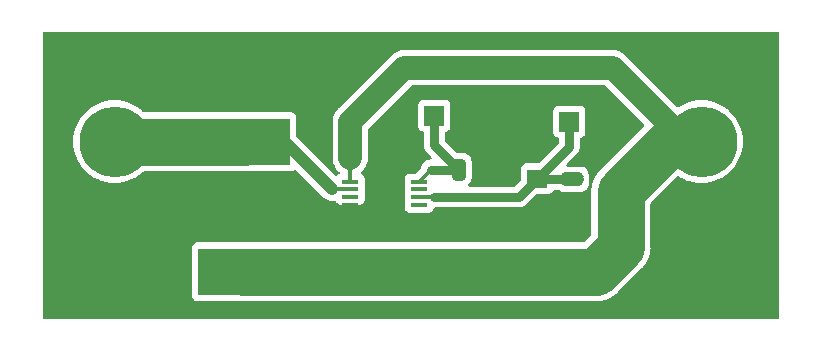
<source format=gtl>
%TF.GenerationSoftware,KiCad,Pcbnew,7.0.2*%
%TF.CreationDate,2023-08-29T13:45:51-07:00*%
%TF.ProjectId,Current Sense Standalone,43757272-656e-4742-9053-656e73652053,rev?*%
%TF.SameCoordinates,Original*%
%TF.FileFunction,Copper,L1,Top*%
%TF.FilePolarity,Positive*%
%FSLAX46Y46*%
G04 Gerber Fmt 4.6, Leading zero omitted, Abs format (unit mm)*
G04 Created by KiCad (PCBNEW 7.0.2) date 2023-08-29 13:45:51*
%MOMM*%
%LPD*%
G01*
G04 APERTURE LIST*
G04 Aperture macros list*
%AMRoundRect*
0 Rectangle with rounded corners*
0 $1 Rounding radius*
0 $2 $3 $4 $5 $6 $7 $8 $9 X,Y pos of 4 corners*
0 Add a 4 corners polygon primitive as box body*
4,1,4,$2,$3,$4,$5,$6,$7,$8,$9,$2,$3,0*
0 Add four circle primitives for the rounded corners*
1,1,$1+$1,$2,$3*
1,1,$1+$1,$4,$5*
1,1,$1+$1,$6,$7*
1,1,$1+$1,$8,$9*
0 Add four rect primitives between the rounded corners*
20,1,$1+$1,$2,$3,$4,$5,0*
20,1,$1+$1,$4,$5,$6,$7,0*
20,1,$1+$1,$6,$7,$8,$9,0*
20,1,$1+$1,$8,$9,$2,$3,0*%
G04 Aperture macros list end*
%TA.AperFunction,ComponentPad*%
%ADD10RoundRect,1.500000X1.500000X-1.500000X1.500000X1.500000X-1.500000X1.500000X-1.500000X-1.500000X0*%
%TD*%
%TA.AperFunction,ComponentPad*%
%ADD11C,6.000000*%
%TD*%
%TA.AperFunction,SMDPad,CuDef*%
%ADD12RoundRect,0.250000X-0.325000X-0.650000X0.325000X-0.650000X0.325000X0.650000X-0.325000X0.650000X0*%
%TD*%
%TA.AperFunction,SMDPad,CuDef*%
%ADD13R,1.800000X1.600000*%
%TD*%
%TA.AperFunction,SMDPad,CuDef*%
%ADD14R,7.800000X4.000000*%
%TD*%
%TA.AperFunction,SMDPad,CuDef*%
%ADD15RoundRect,0.250000X-0.650000X0.325000X-0.650000X-0.325000X0.650000X-0.325000X0.650000X0.325000X0*%
%TD*%
%TA.AperFunction,ComponentPad*%
%ADD16R,1.700000X1.700000*%
%TD*%
%TA.AperFunction,ComponentPad*%
%ADD17O,1.700000X1.700000*%
%TD*%
%TA.AperFunction,SMDPad,CuDef*%
%ADD18R,1.473200X0.355600*%
%TD*%
%TA.AperFunction,Conductor*%
%ADD19C,1.000000*%
%TD*%
%TA.AperFunction,Conductor*%
%ADD20C,0.350000*%
%TD*%
%TA.AperFunction,Conductor*%
%ADD21C,2.000000*%
%TD*%
%TA.AperFunction,Conductor*%
%ADD22C,0.250000*%
%TD*%
%TA.AperFunction,Conductor*%
%ADD23C,0.750000*%
%TD*%
%TA.AperFunction,Conductor*%
%ADD24C,4.000000*%
%TD*%
G04 APERTURE END LIST*
D10*
X68344045Y-29210000D03*
D11*
X68344045Y-22010000D03*
D12*
X47801000Y-24384000D03*
X50751000Y-24384000D03*
D13*
X54453375Y-25140000D03*
X54453375Y-27940000D03*
D14*
X29629273Y-33018011D03*
X29629273Y-22018011D03*
D15*
X57404000Y-25195000D03*
X57404000Y-28145000D03*
D16*
X45720000Y-19812000D03*
D17*
X48260000Y-19812000D03*
D18*
X38608000Y-25400000D03*
X38608000Y-26049998D03*
X38608000Y-26700000D03*
X38608000Y-27349998D03*
X44450000Y-27349998D03*
X44450000Y-26700000D03*
X44450000Y-26049998D03*
X44450000Y-25400000D03*
D10*
X18650936Y-29210000D03*
D11*
X18650936Y-22010000D03*
D16*
X57150000Y-20320000D03*
D17*
X59690000Y-20320000D03*
D19*
X37084000Y-26049998D02*
X33052013Y-22018011D01*
X33052013Y-22018011D02*
X29629273Y-22018011D01*
D20*
X37084000Y-26049998D02*
X38100000Y-26049998D01*
D21*
X38608000Y-20320000D02*
X43180000Y-15748000D01*
X38608000Y-23368000D02*
X38608000Y-20320000D01*
X60812045Y-15748000D02*
X67074045Y-22010000D01*
D20*
X38608000Y-23368000D02*
X38608000Y-25400000D01*
D21*
X43180000Y-15748000D02*
X60812045Y-15748000D01*
D22*
X38100000Y-26049998D02*
X38608000Y-26049998D01*
D20*
X44450000Y-25400000D02*
X45466000Y-24384000D01*
D23*
X45466000Y-24384000D02*
X47801000Y-24384000D01*
X52893375Y-26700000D02*
X54453375Y-25140000D01*
X45720000Y-26700000D02*
X52893375Y-26700000D01*
D20*
X44450000Y-26700000D02*
X45720000Y-26700000D01*
D23*
X57150000Y-20320000D02*
X57150000Y-22443375D01*
X57150000Y-22443375D02*
X54663751Y-24929624D01*
D22*
X54663751Y-24929624D02*
X54453375Y-24929624D01*
X57942862Y-25195000D02*
X58208238Y-24929624D01*
D23*
X54718751Y-25195000D02*
X57942862Y-25195000D01*
D22*
X53982999Y-25400000D02*
X54453375Y-24929624D01*
X54453375Y-24929624D02*
X54718751Y-25195000D01*
X58363078Y-27724784D02*
X58358238Y-27729624D01*
X18650936Y-29210000D02*
X20510938Y-27349998D01*
X54663751Y-27729624D02*
X54043375Y-28350000D01*
D23*
X45720000Y-22303000D02*
X45720000Y-19812000D01*
X47801000Y-24384000D02*
X45720000Y-22303000D01*
D24*
X18650936Y-22010000D02*
X29621262Y-22010000D01*
X29621262Y-22010000D02*
X29629273Y-22018011D01*
D22*
X28279273Y-23368011D02*
X29629273Y-22018011D01*
X18650936Y-22010000D02*
X20008947Y-23368011D01*
X18650936Y-20130973D02*
X18650936Y-22010000D01*
D24*
X65693027Y-22010000D02*
X68344045Y-22010000D01*
X61520000Y-26183027D02*
X65693027Y-22010000D01*
D21*
X29629273Y-33018011D02*
X29631262Y-33020000D01*
D24*
X59436000Y-33020000D02*
X61520000Y-30936000D01*
X29631262Y-33020000D02*
X59436000Y-33020000D01*
X61520000Y-30936000D02*
X61520000Y-26183027D01*
%TA.AperFunction,Conductor*%
G36*
X74872539Y-12720185D02*
G01*
X74918294Y-12772989D01*
X74929500Y-12824500D01*
X74929500Y-36901978D01*
X74909815Y-36969017D01*
X74857011Y-37014772D01*
X74805500Y-37025978D01*
X12730653Y-37025978D01*
X12663614Y-37006293D01*
X12617859Y-36953489D01*
X12606653Y-36901978D01*
X12606653Y-27572376D01*
X43212900Y-27572376D01*
X43212901Y-27575670D01*
X43213253Y-27578950D01*
X43213254Y-27578957D01*
X43213403Y-27580339D01*
X43219309Y-27635281D01*
X43269604Y-27770129D01*
X43355854Y-27885344D01*
X43471069Y-27971594D01*
X43605917Y-28021889D01*
X43665527Y-28028298D01*
X45234472Y-28028297D01*
X45294083Y-28021889D01*
X45428931Y-27971594D01*
X45544146Y-27885344D01*
X45630396Y-27770129D01*
X45672901Y-27656166D01*
X45714772Y-27600233D01*
X45780237Y-27575816D01*
X45789083Y-27575500D01*
X52852754Y-27575500D01*
X52862817Y-27575909D01*
X52867416Y-27576283D01*
X52917223Y-27580339D01*
X52998172Y-27569308D01*
X53001498Y-27568902D01*
X53082691Y-27560073D01*
X53082863Y-27560014D01*
X53105731Y-27554655D01*
X53105912Y-27554631D01*
X53105913Y-27554630D01*
X53105916Y-27554630D01*
X53138079Y-27542812D01*
X53182636Y-27526442D01*
X53185663Y-27525376D01*
X53263155Y-27499267D01*
X53263315Y-27499170D01*
X53284489Y-27489024D01*
X53284663Y-27488961D01*
X53353525Y-27444944D01*
X53356326Y-27443207D01*
X53391847Y-27421835D01*
X53426323Y-27401093D01*
X53426324Y-27401091D01*
X53426329Y-27401089D01*
X53426460Y-27400964D01*
X53444962Y-27386499D01*
X53445119Y-27386400D01*
X53502913Y-27328604D01*
X53505244Y-27326335D01*
X53564582Y-27270129D01*
X53564686Y-27269974D01*
X53579638Y-27251879D01*
X54354700Y-26476818D01*
X54416023Y-26443333D01*
X54442381Y-26440499D01*
X55397936Y-26440499D01*
X55401247Y-26440499D01*
X55460858Y-26434091D01*
X55595706Y-26383796D01*
X55710921Y-26297546D01*
X55797171Y-26182331D01*
X55808794Y-26151166D01*
X55850665Y-26095233D01*
X55916129Y-26070816D01*
X55924976Y-26070500D01*
X56191769Y-26070500D01*
X56258808Y-26090185D01*
X56279450Y-26106819D01*
X56285342Y-26112711D01*
X56285344Y-26112712D01*
X56434666Y-26204814D01*
X56546017Y-26241712D01*
X56601202Y-26259999D01*
X56700858Y-26270180D01*
X56700859Y-26270180D01*
X56703991Y-26270500D01*
X58104008Y-26270499D01*
X58206797Y-26259999D01*
X58373334Y-26204814D01*
X58522656Y-26112712D01*
X58646712Y-25988656D01*
X58738814Y-25839334D01*
X58793999Y-25672797D01*
X58804500Y-25570009D01*
X58804499Y-25360936D01*
X58806133Y-25340874D01*
X58809878Y-25318032D01*
X58822232Y-25242678D01*
X58815221Y-25113366D01*
X58816565Y-25087267D01*
X58838398Y-24949428D01*
X58823525Y-24792091D01*
X58793021Y-24707361D01*
X58764867Y-24629159D01*
X58763830Y-24626160D01*
X58760115Y-24614949D01*
X58738814Y-24550666D01*
X58646712Y-24401344D01*
X58646711Y-24401342D01*
X58522657Y-24277288D01*
X58373334Y-24185186D01*
X58206797Y-24130000D01*
X58107141Y-24119819D01*
X58107122Y-24119818D01*
X58104009Y-24119500D01*
X58100860Y-24119500D01*
X57011380Y-24119500D01*
X56944341Y-24099815D01*
X56898586Y-24047011D01*
X56888642Y-23977853D01*
X56917667Y-23914297D01*
X56923699Y-23907819D01*
X57323018Y-23508500D01*
X57740359Y-23091158D01*
X57747727Y-23084365D01*
X57789357Y-23049006D01*
X57838815Y-22983942D01*
X57840818Y-22981379D01*
X57892030Y-22917672D01*
X57892109Y-22917513D01*
X57904492Y-22897547D01*
X57904602Y-22897404D01*
X57938916Y-22823232D01*
X57940357Y-22820227D01*
X57967256Y-22765991D01*
X57976641Y-22747068D01*
X57976687Y-22746881D01*
X57984481Y-22724746D01*
X57984562Y-22724572D01*
X58002136Y-22644726D01*
X58002870Y-22641593D01*
X58022600Y-22562264D01*
X58022605Y-22562078D01*
X58025459Y-22538774D01*
X58025500Y-22538591D01*
X58025500Y-22456911D01*
X58025545Y-22453553D01*
X58027757Y-22371902D01*
X58027721Y-22371712D01*
X58025500Y-22348348D01*
X58025500Y-21780763D01*
X58045185Y-21713724D01*
X58097989Y-21667969D01*
X58106167Y-21664581D01*
X58107479Y-21664091D01*
X58107483Y-21664091D01*
X58242331Y-21613796D01*
X58357546Y-21527546D01*
X58443796Y-21412331D01*
X58494091Y-21277483D01*
X58500500Y-21217873D01*
X58500499Y-19422128D01*
X58494091Y-19362517D01*
X58443796Y-19227669D01*
X58357546Y-19112454D01*
X58242331Y-19026204D01*
X58107483Y-18975909D01*
X58047873Y-18969500D01*
X58044550Y-18969500D01*
X56255439Y-18969500D01*
X56255420Y-18969500D01*
X56252128Y-18969501D01*
X56248848Y-18969853D01*
X56248840Y-18969854D01*
X56192515Y-18975909D01*
X56057669Y-19026204D01*
X55942454Y-19112454D01*
X55856204Y-19227668D01*
X55805910Y-19362515D01*
X55805909Y-19362517D01*
X55799500Y-19422127D01*
X55799500Y-19425448D01*
X55799500Y-19425449D01*
X55799500Y-21214560D01*
X55799500Y-21214578D01*
X55799501Y-21217872D01*
X55799853Y-21221152D01*
X55799854Y-21221159D01*
X55805909Y-21277484D01*
X55808497Y-21284423D01*
X55856204Y-21412331D01*
X55942454Y-21527546D01*
X56057669Y-21613796D01*
X56174623Y-21657417D01*
X56193833Y-21664582D01*
X56249767Y-21706453D01*
X56274184Y-21771918D01*
X56274500Y-21780764D01*
X56274500Y-22029368D01*
X56254815Y-22096407D01*
X56238181Y-22117049D01*
X54552048Y-23803181D01*
X54490725Y-23836666D01*
X54464367Y-23839500D01*
X53508814Y-23839500D01*
X53508795Y-23839500D01*
X53505503Y-23839501D01*
X53502223Y-23839853D01*
X53502215Y-23839854D01*
X53445890Y-23845909D01*
X53311044Y-23896204D01*
X53195829Y-23982454D01*
X53109579Y-24097668D01*
X53101318Y-24119819D01*
X53059284Y-24232517D01*
X53052875Y-24292127D01*
X53052875Y-24295449D01*
X53052875Y-25250993D01*
X53033190Y-25318032D01*
X53016556Y-25338674D01*
X52567050Y-25788181D01*
X52505727Y-25821666D01*
X52479369Y-25824500D01*
X48696231Y-25824500D01*
X48629192Y-25804815D01*
X48583437Y-25752011D01*
X48573493Y-25682853D01*
X48602518Y-25619297D01*
X48608550Y-25612819D01*
X48718711Y-25502657D01*
X48722650Y-25496271D01*
X48810814Y-25353334D01*
X48865999Y-25186797D01*
X48876500Y-25084009D01*
X48876499Y-23683992D01*
X48865999Y-23581203D01*
X48810814Y-23414666D01*
X48718712Y-23265344D01*
X48718711Y-23265342D01*
X48594657Y-23141288D01*
X48445334Y-23049186D01*
X48278797Y-22994000D01*
X48179141Y-22983819D01*
X48179122Y-22983818D01*
X48176009Y-22983500D01*
X48172860Y-22983500D01*
X47690006Y-22983500D01*
X47622967Y-22963815D01*
X47602325Y-22947181D01*
X46631819Y-21976674D01*
X46598334Y-21915351D01*
X46595500Y-21888993D01*
X46595500Y-21272763D01*
X46615185Y-21205724D01*
X46667989Y-21159969D01*
X46676167Y-21156581D01*
X46677479Y-21156091D01*
X46677483Y-21156091D01*
X46812331Y-21105796D01*
X46927546Y-21019546D01*
X47013796Y-20904331D01*
X47064091Y-20769483D01*
X47070500Y-20709873D01*
X47070499Y-18914128D01*
X47064091Y-18854517D01*
X47013796Y-18719669D01*
X46927546Y-18604454D01*
X46812331Y-18518204D01*
X46677483Y-18467909D01*
X46617873Y-18461500D01*
X46614550Y-18461500D01*
X44825439Y-18461500D01*
X44825420Y-18461500D01*
X44822128Y-18461501D01*
X44818848Y-18461853D01*
X44818840Y-18461854D01*
X44762515Y-18467909D01*
X44627669Y-18518204D01*
X44512454Y-18604454D01*
X44426204Y-18719668D01*
X44375910Y-18854515D01*
X44375909Y-18854517D01*
X44369500Y-18914127D01*
X44369500Y-18917448D01*
X44369500Y-18917449D01*
X44369500Y-20706560D01*
X44369500Y-20706578D01*
X44369501Y-20709872D01*
X44375909Y-20769483D01*
X44426204Y-20904331D01*
X44512454Y-21019546D01*
X44627669Y-21105796D01*
X44744623Y-21149417D01*
X44763833Y-21156582D01*
X44819767Y-21198453D01*
X44844184Y-21263918D01*
X44844500Y-21272764D01*
X44844500Y-22262379D01*
X44844091Y-22272442D01*
X44839661Y-22326849D01*
X44850688Y-22407790D01*
X44851096Y-22411120D01*
X44859927Y-22492315D01*
X44859990Y-22492502D01*
X44865342Y-22515338D01*
X44865369Y-22515538D01*
X44893540Y-22592220D01*
X44894655Y-22595386D01*
X44920733Y-22672781D01*
X44920831Y-22672944D01*
X44930970Y-22694102D01*
X44931037Y-22694285D01*
X44975046Y-22763139D01*
X44976815Y-22765991D01*
X45018910Y-22835953D01*
X45019041Y-22836091D01*
X45033494Y-22854579D01*
X45033600Y-22854744D01*
X45091395Y-22912539D01*
X45093702Y-22914910D01*
X45149868Y-22974205D01*
X45149871Y-22974207D01*
X45150024Y-22974311D01*
X45168121Y-22989265D01*
X45478011Y-23299155D01*
X45511496Y-23360478D01*
X45506512Y-23430170D01*
X45464640Y-23486103D01*
X45403737Y-23510109D01*
X45276685Y-23523926D01*
X45096220Y-23584733D01*
X44933044Y-23682911D01*
X44845985Y-23765379D01*
X44794793Y-23813871D01*
X44687925Y-23971490D01*
X44687925Y-23971491D01*
X44617436Y-24148401D01*
X44598627Y-24263135D01*
X44568356Y-24326107D01*
X44563942Y-24330755D01*
X44209316Y-24685381D01*
X44147993Y-24718866D01*
X44121635Y-24721700D01*
X43668839Y-24721700D01*
X43668820Y-24721700D01*
X43665528Y-24721701D01*
X43662248Y-24722053D01*
X43662240Y-24722054D01*
X43605915Y-24728109D01*
X43471069Y-24778404D01*
X43355854Y-24864654D01*
X43269604Y-24979868D01*
X43219310Y-25114715D01*
X43219309Y-25114717D01*
X43212900Y-25174327D01*
X43212900Y-25177648D01*
X43212900Y-25177649D01*
X43212900Y-25622360D01*
X43212900Y-25622378D01*
X43212901Y-25625672D01*
X43213253Y-25628952D01*
X43213254Y-25628959D01*
X43216767Y-25661643D01*
X43218505Y-25677807D01*
X43220974Y-25700768D01*
X43219338Y-25700943D01*
X43222941Y-25751364D01*
X43219475Y-25763168D01*
X43213254Y-25821031D01*
X43212900Y-25824325D01*
X43212900Y-25827646D01*
X43212900Y-25827647D01*
X43212900Y-26272358D01*
X43212900Y-26272376D01*
X43212901Y-26275670D01*
X43213253Y-26278950D01*
X43213254Y-26278957D01*
X43220974Y-26350766D01*
X43219339Y-26350941D01*
X43222943Y-26401362D01*
X43219475Y-26413171D01*
X43219308Y-26414717D01*
X43219309Y-26414717D01*
X43212900Y-26474327D01*
X43212900Y-26477648D01*
X43212900Y-26477649D01*
X43212900Y-26922360D01*
X43212900Y-26922378D01*
X43212901Y-26925672D01*
X43213253Y-26928952D01*
X43213254Y-26928959D01*
X43220974Y-27000768D01*
X43219338Y-27000943D01*
X43222941Y-27051364D01*
X43219475Y-27063168D01*
X43219309Y-27064715D01*
X43212900Y-27124325D01*
X43212900Y-27127646D01*
X43212900Y-27127647D01*
X43212900Y-27572358D01*
X43212900Y-27572376D01*
X12606653Y-27572376D01*
X12606653Y-22010000D01*
X15145632Y-22010000D01*
X15145802Y-22013243D01*
X15163981Y-22360139D01*
X15164834Y-22376404D01*
X15165339Y-22379597D01*
X15165341Y-22379609D01*
X15221721Y-22735576D01*
X15222231Y-22738794D01*
X15223069Y-22741923D01*
X15223072Y-22741935D01*
X15316351Y-23090056D01*
X15316355Y-23090070D01*
X15317194Y-23093199D01*
X15318357Y-23096228D01*
X15318361Y-23096241D01*
X15447520Y-23432712D01*
X15448681Y-23435736D01*
X15450149Y-23438617D01*
X15574623Y-23682911D01*
X15615254Y-23762652D01*
X15815085Y-24070366D01*
X16045987Y-24355506D01*
X16305430Y-24614949D01*
X16590570Y-24845851D01*
X16898284Y-25045682D01*
X17225200Y-25212255D01*
X17459920Y-25302355D01*
X17560265Y-25340874D01*
X17567737Y-25343742D01*
X17570877Y-25344583D01*
X17570879Y-25344584D01*
X17683740Y-25374825D01*
X17922142Y-25438705D01*
X18284532Y-25496102D01*
X18650936Y-25515304D01*
X19017340Y-25496102D01*
X19379730Y-25438705D01*
X19734135Y-25343742D01*
X20076672Y-25212255D01*
X20403588Y-25045682D01*
X20711302Y-24845851D01*
X20996442Y-24614949D01*
X21064572Y-24546818D01*
X21125895Y-24513334D01*
X21152253Y-24510500D01*
X25600247Y-24510500D01*
X25613503Y-24511211D01*
X25621789Y-24512101D01*
X25621790Y-24512102D01*
X25681400Y-24518511D01*
X29505499Y-24518510D01*
X29517169Y-24519060D01*
X29521455Y-24519465D01*
X29550575Y-24522218D01*
X29666620Y-24518570D01*
X29670515Y-24518510D01*
X33573834Y-24518510D01*
X33577145Y-24518510D01*
X33636756Y-24512102D01*
X33771604Y-24461807D01*
X33862466Y-24393787D01*
X33927926Y-24369371D01*
X33996199Y-24384222D01*
X34024455Y-24405374D01*
X36412420Y-26793339D01*
X36414846Y-26795317D01*
X36530593Y-26889696D01*
X36710952Y-26983908D01*
X36906580Y-27039885D01*
X36931734Y-27041800D01*
X37109477Y-27055335D01*
X37292607Y-27032012D01*
X37361595Y-27043069D01*
X37413655Y-27089669D01*
X37424451Y-27111679D01*
X37427604Y-27120131D01*
X37513854Y-27235346D01*
X37629069Y-27321596D01*
X37763917Y-27371891D01*
X37823527Y-27378300D01*
X39392472Y-27378299D01*
X39452083Y-27371891D01*
X39586931Y-27321596D01*
X39702146Y-27235346D01*
X39788396Y-27120131D01*
X39838691Y-26985283D01*
X39845100Y-26925673D01*
X39845099Y-26474328D01*
X39838691Y-26414717D01*
X39838690Y-26414715D01*
X39837026Y-26399232D01*
X39838660Y-26399056D01*
X39835052Y-26348646D01*
X39838525Y-26336817D01*
X39838689Y-26335284D01*
X39838691Y-26335281D01*
X39845100Y-26275671D01*
X39845099Y-25824326D01*
X39838691Y-25764715D01*
X39838690Y-25764714D01*
X39837026Y-25749227D01*
X39838661Y-25749051D01*
X39835055Y-25698641D01*
X39838525Y-25686823D01*
X39838952Y-25682853D01*
X39845100Y-25625673D01*
X39845099Y-25174328D01*
X39838691Y-25114717D01*
X39788396Y-24979869D01*
X39702146Y-24864654D01*
X39586931Y-24778404D01*
X39559730Y-24768258D01*
X39503799Y-24726388D01*
X39479382Y-24660924D01*
X39494234Y-24592651D01*
X39526901Y-24554226D01*
X39627744Y-24475738D01*
X39796164Y-24292785D01*
X39932173Y-24084607D01*
X40032063Y-23856881D01*
X40093108Y-23615821D01*
X40108500Y-23430067D01*
X40108500Y-20992888D01*
X40128185Y-20925850D01*
X40144819Y-20905208D01*
X43765208Y-17284819D01*
X43826531Y-17251334D01*
X43852889Y-17248500D01*
X60139155Y-17248500D01*
X60206194Y-17268185D01*
X60226836Y-17284819D01*
X63466720Y-20524703D01*
X63500205Y-20586026D01*
X63495221Y-20655718D01*
X63466720Y-20700065D01*
X59781036Y-24385748D01*
X59778240Y-24388458D01*
X59696452Y-24465263D01*
X59696442Y-24465272D01*
X59693610Y-24467933D01*
X59691130Y-24470931D01*
X59619617Y-24557374D01*
X59617090Y-24560332D01*
X59540311Y-24647422D01*
X59538126Y-24650635D01*
X59538122Y-24650642D01*
X59521447Y-24675177D01*
X59514439Y-24684511D01*
X59495536Y-24707361D01*
X59495527Y-24707373D01*
X59493053Y-24710364D01*
X59490966Y-24713651D01*
X59490967Y-24713651D01*
X59430853Y-24808374D01*
X59428716Y-24811627D01*
X59365652Y-24904424D01*
X59365647Y-24904432D01*
X59363459Y-24907652D01*
X59361690Y-24911122D01*
X59361688Y-24911127D01*
X59348226Y-24937547D01*
X59342442Y-24947687D01*
X59326551Y-24972728D01*
X59326543Y-24972740D01*
X59324463Y-24976020D01*
X59322652Y-24979869D01*
X59275041Y-25081045D01*
X59273328Y-25084541D01*
X59222386Y-25184521D01*
X59222380Y-25184534D01*
X59220617Y-25187995D01*
X59219298Y-25191657D01*
X59219296Y-25191663D01*
X59209247Y-25219573D01*
X59204779Y-25230359D01*
X59192157Y-25257182D01*
X59192151Y-25257195D01*
X59190497Y-25260712D01*
X59189298Y-25264400D01*
X59189292Y-25264417D01*
X59154615Y-25371142D01*
X59153354Y-25374823D01*
X59114038Y-25484031D01*
X59113188Y-25487831D01*
X59113188Y-25487833D01*
X59106720Y-25516767D01*
X59103639Y-25528027D01*
X59094472Y-25556240D01*
X59094465Y-25556265D01*
X59093269Y-25559948D01*
X59092543Y-25563753D01*
X59092537Y-25563777D01*
X59071511Y-25673996D01*
X59070722Y-25677807D01*
X59046252Y-25787284D01*
X59046250Y-25787291D01*
X59045402Y-25791089D01*
X59045036Y-25794957D01*
X59045033Y-25794978D01*
X59042242Y-25824498D01*
X59040598Y-25836056D01*
X59034312Y-25869012D01*
X59034067Y-25872900D01*
X59034066Y-25872911D01*
X59027022Y-25984873D01*
X59026717Y-25988754D01*
X59016159Y-26100450D01*
X59016158Y-26100460D01*
X59015793Y-26104329D01*
X59015915Y-26108217D01*
X59015915Y-26108223D01*
X59019439Y-26220357D01*
X59019500Y-26224252D01*
X59019500Y-29848896D01*
X58999815Y-29915935D01*
X58983181Y-29936577D01*
X58436578Y-30483181D01*
X58375255Y-30516666D01*
X58348897Y-30519500D01*
X33602288Y-30519500D01*
X33589051Y-30518790D01*
X33577146Y-30517511D01*
X33573822Y-30517511D01*
X25684712Y-30517511D01*
X25684693Y-30517511D01*
X25681401Y-30517512D01*
X25678121Y-30517864D01*
X25678113Y-30517865D01*
X25621788Y-30523920D01*
X25486942Y-30574215D01*
X25371727Y-30660465D01*
X25285477Y-30775679D01*
X25285476Y-30775680D01*
X25285477Y-30775680D01*
X25235182Y-30910528D01*
X25228773Y-30970138D01*
X25228773Y-30973459D01*
X25228773Y-30973460D01*
X25228773Y-35062571D01*
X25228773Y-35062589D01*
X25228774Y-35065883D01*
X25235182Y-35125494D01*
X25285477Y-35260342D01*
X25371727Y-35375557D01*
X25486942Y-35461807D01*
X25621790Y-35512102D01*
X25681400Y-35518511D01*
X29517161Y-35518510D01*
X29524949Y-35518755D01*
X29552679Y-35520500D01*
X59394774Y-35520500D01*
X59398669Y-35520561D01*
X59514698Y-35524207D01*
X59630292Y-35513279D01*
X59634151Y-35512976D01*
X59750015Y-35505688D01*
X59782993Y-35499396D01*
X59794524Y-35497755D01*
X59827938Y-35494598D01*
X59831737Y-35493748D01*
X59831748Y-35493747D01*
X59941235Y-35469273D01*
X59945041Y-35468484D01*
X60059079Y-35446731D01*
X60090998Y-35436359D01*
X60102235Y-35433284D01*
X60134996Y-35425962D01*
X60244285Y-35386614D01*
X60247874Y-35385386D01*
X60358315Y-35349503D01*
X60388669Y-35335218D01*
X60399471Y-35330745D01*
X60427360Y-35320705D01*
X60427360Y-35320704D01*
X60431032Y-35319383D01*
X60534507Y-35266658D01*
X60537954Y-35264970D01*
X60643007Y-35215537D01*
X60671343Y-35197553D01*
X60681471Y-35191776D01*
X60711375Y-35176541D01*
X60807403Y-35111280D01*
X60810661Y-35109140D01*
X60908663Y-35046947D01*
X60934521Y-35025553D01*
X60943841Y-35018556D01*
X60971605Y-34999689D01*
X61058700Y-34922902D01*
X61061621Y-34920407D01*
X61151094Y-34846390D01*
X61230598Y-34761725D01*
X61233247Y-34758992D01*
X63258992Y-32733247D01*
X63261725Y-32730598D01*
X63346390Y-32651094D01*
X63420407Y-32561621D01*
X63422903Y-32558700D01*
X63497109Y-32474531D01*
X63499689Y-32471605D01*
X63518556Y-32443841D01*
X63525553Y-32434521D01*
X63546947Y-32408663D01*
X63609142Y-32310657D01*
X63611280Y-32307403D01*
X63631111Y-32278221D01*
X63676541Y-32211375D01*
X63691776Y-32181471D01*
X63697553Y-32171343D01*
X63715537Y-32143007D01*
X63764970Y-32037954D01*
X63766658Y-32034507D01*
X63819383Y-31931032D01*
X63830745Y-31899470D01*
X63835218Y-31888671D01*
X63847839Y-31861851D01*
X63847838Y-31861851D01*
X63849503Y-31858315D01*
X63885386Y-31747874D01*
X63886614Y-31744285D01*
X63925962Y-31634996D01*
X63933284Y-31602235D01*
X63936359Y-31590998D01*
X63946731Y-31559079D01*
X63968484Y-31445041D01*
X63969273Y-31441235D01*
X63993747Y-31331748D01*
X63993748Y-31331737D01*
X63994598Y-31327938D01*
X63997755Y-31294524D01*
X63999396Y-31282993D01*
X64005688Y-31250015D01*
X64012976Y-31134151D01*
X64013281Y-31130279D01*
X64024207Y-31014698D01*
X64020558Y-30898604D01*
X64020499Y-30894836D01*
X64020499Y-27270128D01*
X64040184Y-27203090D01*
X64056813Y-27182453D01*
X66279209Y-24960057D01*
X66340530Y-24926574D01*
X66410222Y-24931558D01*
X66434421Y-24943744D01*
X66591393Y-25045682D01*
X66918309Y-25212255D01*
X67153029Y-25302355D01*
X67253374Y-25340874D01*
X67260846Y-25343742D01*
X67263986Y-25344583D01*
X67263988Y-25344584D01*
X67376849Y-25374825D01*
X67615251Y-25438705D01*
X67977641Y-25496102D01*
X68344045Y-25515304D01*
X68710449Y-25496102D01*
X69072839Y-25438705D01*
X69427244Y-25343742D01*
X69769781Y-25212255D01*
X70096697Y-25045682D01*
X70404411Y-24845851D01*
X70689551Y-24614949D01*
X70948994Y-24355506D01*
X71179896Y-24070366D01*
X71379727Y-23762652D01*
X71546300Y-23435736D01*
X71677787Y-23093199D01*
X71772750Y-22738794D01*
X71830147Y-22376404D01*
X71849349Y-22010000D01*
X71830147Y-21643596D01*
X71772750Y-21281206D01*
X71677787Y-20926801D01*
X71546300Y-20584264D01*
X71379727Y-20257348D01*
X71179896Y-19949634D01*
X70948994Y-19664494D01*
X70689551Y-19405051D01*
X70637023Y-19362515D01*
X70533947Y-19279045D01*
X70404411Y-19174149D01*
X70096697Y-18974318D01*
X70093809Y-18972846D01*
X70093803Y-18972843D01*
X69772662Y-18809213D01*
X69769781Y-18807745D01*
X69766760Y-18806585D01*
X69766757Y-18806584D01*
X69430286Y-18677425D01*
X69430273Y-18677421D01*
X69427244Y-18676258D01*
X69424115Y-18675419D01*
X69424101Y-18675415D01*
X69075980Y-18582136D01*
X69075968Y-18582133D01*
X69072839Y-18581295D01*
X69069626Y-18580786D01*
X69069621Y-18580785D01*
X68713654Y-18524405D01*
X68713642Y-18524403D01*
X68710449Y-18523898D01*
X68707216Y-18523728D01*
X68707211Y-18523728D01*
X68347289Y-18504866D01*
X68344045Y-18504696D01*
X68340801Y-18504866D01*
X67980878Y-18523728D01*
X67980871Y-18523728D01*
X67977641Y-18523898D01*
X67974449Y-18524403D01*
X67974435Y-18524405D01*
X67618468Y-18580785D01*
X67618459Y-18580786D01*
X67615251Y-18581295D01*
X67612125Y-18582132D01*
X67612109Y-18582136D01*
X67263988Y-18675415D01*
X67263968Y-18675421D01*
X67260846Y-18676258D01*
X67257821Y-18677418D01*
X67257803Y-18677425D01*
X66921332Y-18806584D01*
X66921322Y-18806588D01*
X66918309Y-18807745D01*
X66915434Y-18809209D01*
X66915427Y-18809213D01*
X66594286Y-18972843D01*
X66594272Y-18972850D01*
X66591393Y-18974318D01*
X66588674Y-18976083D01*
X66588670Y-18976086D01*
X66414297Y-19089324D01*
X66347352Y-19109327D01*
X66280220Y-19089961D01*
X66259082Y-19073009D01*
X61944380Y-14758307D01*
X61934207Y-14746787D01*
X61919785Y-14728258D01*
X61852998Y-14666776D01*
X61849300Y-14663227D01*
X61830984Y-14644911D01*
X61829171Y-14643098D01*
X61807433Y-14624687D01*
X61803591Y-14621293D01*
X61736833Y-14559837D01*
X61717170Y-14546991D01*
X61704856Y-14537808D01*
X61686939Y-14522634D01*
X61608935Y-14476153D01*
X61604654Y-14473481D01*
X61528654Y-14423828D01*
X61528648Y-14423824D01*
X61507152Y-14414395D01*
X61493493Y-14407364D01*
X61473320Y-14395344D01*
X61420998Y-14374928D01*
X61388762Y-14362349D01*
X61384049Y-14360397D01*
X61356377Y-14348260D01*
X61300925Y-14323936D01*
X61278159Y-14318171D01*
X61263530Y-14313484D01*
X61241659Y-14304950D01*
X61152838Y-14286325D01*
X61147848Y-14285171D01*
X61059864Y-14262891D01*
X61036466Y-14260952D01*
X61021268Y-14258738D01*
X60998282Y-14253919D01*
X60976533Y-14253019D01*
X60907604Y-14250168D01*
X60902493Y-14249851D01*
X60876654Y-14247710D01*
X60876639Y-14247709D01*
X60874112Y-14247500D01*
X60871559Y-14247500D01*
X60845641Y-14247500D01*
X60840518Y-14247394D01*
X60836746Y-14247238D01*
X60749825Y-14243642D01*
X60726518Y-14246548D01*
X60711180Y-14247500D01*
X43280864Y-14247500D01*
X43265526Y-14246548D01*
X43242219Y-14243642D01*
X43151536Y-14247394D01*
X43146411Y-14247500D01*
X43117933Y-14247500D01*
X43115406Y-14247709D01*
X43115389Y-14247710D01*
X43089538Y-14249852D01*
X43084428Y-14250169D01*
X42993761Y-14253920D01*
X42970781Y-14258738D01*
X42955581Y-14260952D01*
X42932180Y-14262891D01*
X42844191Y-14285172D01*
X42839202Y-14286326D01*
X42750389Y-14304950D01*
X42750386Y-14304950D01*
X42750386Y-14304951D01*
X42728512Y-14313485D01*
X42713889Y-14318170D01*
X42691118Y-14323936D01*
X42608008Y-14360392D01*
X42603275Y-14362353D01*
X42518722Y-14395346D01*
X42498546Y-14407367D01*
X42484901Y-14414391D01*
X42463391Y-14423828D01*
X42387407Y-14473469D01*
X42383062Y-14476182D01*
X42305102Y-14522635D01*
X42287182Y-14537813D01*
X42274869Y-14546994D01*
X42255218Y-14559833D01*
X42188446Y-14621300D01*
X42184610Y-14624687D01*
X42164836Y-14641436D01*
X42164819Y-14641451D01*
X42162874Y-14643099D01*
X42161068Y-14644903D01*
X42161070Y-14644903D01*
X42142750Y-14663222D01*
X42139057Y-14666764D01*
X42072261Y-14728255D01*
X42057832Y-14746793D01*
X42047663Y-14758308D01*
X37618306Y-19187664D01*
X37606793Y-19197832D01*
X37588254Y-19212262D01*
X37526775Y-19279045D01*
X37523233Y-19282738D01*
X37503098Y-19302874D01*
X37501437Y-19304834D01*
X37501437Y-19304835D01*
X37484689Y-19324609D01*
X37481299Y-19328447D01*
X37419835Y-19395215D01*
X37406995Y-19414868D01*
X37397813Y-19427183D01*
X37382636Y-19445102D01*
X37336174Y-19523074D01*
X37333462Y-19527417D01*
X37283826Y-19603392D01*
X37274396Y-19624891D01*
X37267368Y-19638545D01*
X37255343Y-19658726D01*
X37222346Y-19743288D01*
X37220386Y-19748020D01*
X37183936Y-19831120D01*
X37178169Y-19853890D01*
X37173484Y-19868515D01*
X37164951Y-19890385D01*
X37146324Y-19979211D01*
X37145170Y-19984200D01*
X37122891Y-20072180D01*
X37120952Y-20095578D01*
X37118738Y-20110777D01*
X37113919Y-20133762D01*
X37110168Y-20224440D01*
X37109851Y-20229551D01*
X37107710Y-20255390D01*
X37107709Y-20255406D01*
X37107500Y-20257933D01*
X37107500Y-20260486D01*
X37107500Y-20286402D01*
X37107394Y-20291527D01*
X37103642Y-20382219D01*
X37106548Y-20405526D01*
X37107500Y-20420864D01*
X37107500Y-23430067D01*
X37122892Y-23615821D01*
X37183937Y-23856881D01*
X37201186Y-23896204D01*
X37283825Y-24084604D01*
X37283827Y-24084607D01*
X37419836Y-24292785D01*
X37575431Y-24461806D01*
X37588256Y-24475738D01*
X37689096Y-24554225D01*
X37729909Y-24610935D01*
X37733583Y-24680708D01*
X37698951Y-24741391D01*
X37656267Y-24768259D01*
X37629071Y-24778402D01*
X37499582Y-24875338D01*
X37499576Y-24875331D01*
X37457936Y-24906502D01*
X37388244Y-24911486D01*
X37326923Y-24878001D01*
X34066091Y-21617169D01*
X34032606Y-21555846D01*
X34029772Y-21529488D01*
X34029772Y-19973450D01*
X34029772Y-19973449D01*
X34029772Y-19970139D01*
X34023364Y-19910528D01*
X33973069Y-19775680D01*
X33886819Y-19660465D01*
X33771604Y-19574215D01*
X33636756Y-19523920D01*
X33577146Y-19517511D01*
X33573824Y-19517511D01*
X29831077Y-19517511D01*
X29823302Y-19517266D01*
X29819379Y-19517019D01*
X29815537Y-19516717D01*
X29703839Y-19506159D01*
X29703828Y-19506158D01*
X29699960Y-19505793D01*
X29696071Y-19505915D01*
X29696065Y-19505915D01*
X29583931Y-19509439D01*
X29580036Y-19509500D01*
X21152253Y-19509500D01*
X21085214Y-19489815D01*
X21064572Y-19473181D01*
X20998736Y-19407345D01*
X20996442Y-19405051D01*
X20943914Y-19362515D01*
X20840838Y-19279045D01*
X20711302Y-19174149D01*
X20403588Y-18974318D01*
X20400700Y-18972846D01*
X20400694Y-18972843D01*
X20079553Y-18809213D01*
X20076672Y-18807745D01*
X20073651Y-18806585D01*
X20073648Y-18806584D01*
X19737177Y-18677425D01*
X19737164Y-18677421D01*
X19734135Y-18676258D01*
X19731006Y-18675419D01*
X19730992Y-18675415D01*
X19382871Y-18582136D01*
X19382859Y-18582133D01*
X19379730Y-18581295D01*
X19376517Y-18580786D01*
X19376512Y-18580785D01*
X19020545Y-18524405D01*
X19020533Y-18524403D01*
X19017340Y-18523898D01*
X19014107Y-18523728D01*
X19014102Y-18523728D01*
X18654180Y-18504866D01*
X18650936Y-18504696D01*
X18647692Y-18504866D01*
X18287769Y-18523728D01*
X18287762Y-18523728D01*
X18284532Y-18523898D01*
X18281340Y-18524403D01*
X18281326Y-18524405D01*
X17925359Y-18580785D01*
X17925350Y-18580786D01*
X17922142Y-18581295D01*
X17919016Y-18582132D01*
X17919000Y-18582136D01*
X17570879Y-18675415D01*
X17570859Y-18675421D01*
X17567737Y-18676258D01*
X17564712Y-18677418D01*
X17564694Y-18677425D01*
X17228223Y-18806584D01*
X17228213Y-18806588D01*
X17225200Y-18807745D01*
X17222325Y-18809209D01*
X17222318Y-18809213D01*
X16901177Y-18972843D01*
X16901163Y-18972850D01*
X16898284Y-18974318D01*
X16895564Y-18976084D01*
X16895556Y-18976089D01*
X16593298Y-19172377D01*
X16593292Y-19172380D01*
X16590570Y-19174149D01*
X16588050Y-19176189D01*
X16588044Y-19176194D01*
X16307948Y-19403011D01*
X16307937Y-19403020D01*
X16305430Y-19405051D01*
X16303145Y-19407335D01*
X16303135Y-19407345D01*
X16048281Y-19662199D01*
X16048271Y-19662209D01*
X16045987Y-19664494D01*
X16043956Y-19667001D01*
X16043947Y-19667012D01*
X15817130Y-19947108D01*
X15817125Y-19947114D01*
X15815085Y-19949634D01*
X15813316Y-19952356D01*
X15813313Y-19952362D01*
X15617025Y-20254620D01*
X15617020Y-20254628D01*
X15615254Y-20257348D01*
X15613786Y-20260227D01*
X15613779Y-20260241D01*
X15450149Y-20581382D01*
X15448681Y-20584264D01*
X15447524Y-20587277D01*
X15447520Y-20587287D01*
X15318361Y-20923758D01*
X15318354Y-20923776D01*
X15317194Y-20926801D01*
X15316357Y-20929923D01*
X15316351Y-20929943D01*
X15223072Y-21278064D01*
X15223068Y-21278080D01*
X15222231Y-21281206D01*
X15221722Y-21284414D01*
X15221721Y-21284423D01*
X15165341Y-21640390D01*
X15165339Y-21640404D01*
X15164834Y-21643596D01*
X15164664Y-21646826D01*
X15164664Y-21646833D01*
X15145802Y-22006756D01*
X15145632Y-22010000D01*
X12606653Y-22010000D01*
X12606653Y-12824500D01*
X12626338Y-12757461D01*
X12679142Y-12711706D01*
X12730653Y-12700500D01*
X74805500Y-12700500D01*
X74872539Y-12720185D01*
G37*
%TD.AperFunction*%
M02*

</source>
